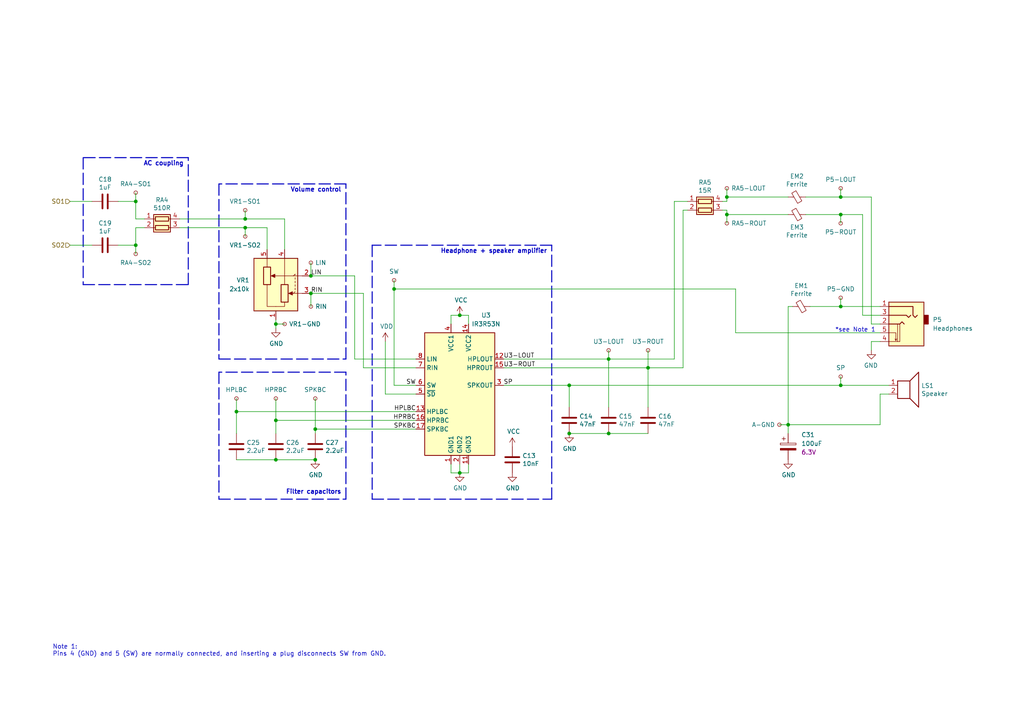
<source format=kicad_sch>
(kicad_sch (version 20211123) (generator eeschema)
  (paper "A4")
  (title_block (title "MGB-xCPU - Analog audio") (date "2020-09-19") (rev "B") (company "https://gekkio.fi") (comment 1 "https://github.com/gekkio/gb-schematics"))
  (lib_symbols
    (symbol "Connector:TestPoint_Small" (pin_numbers hide) (pin_names (offset 0.762) hide)
      (property "Reference" "TP" (at 0 3.81 0))
      (property "Value" "TestPoint_Small" (at 0 2.032 0))
      (symbol "TestPoint_Small_0_1"
        (circle (center 0 0) (radius 0.508))
      )
      (symbol "TestPoint_Small_1_1"
        (pin passive line (at 0 0 90) (length 0) (name "1") (number "1"))
      )
    )
    (symbol "Device:C" (pin_numbers hide) (pin_names (offset 0.254))
      (property "Reference" "C" (at 0.635 2.54 0))
      (property "Value" "C" (at 0.635 -2.54 0))
      (symbol "C_0_1"
        (polyline (pts (xy -2.032 -0.762) (xy 2.032 -0.762)) (stroke (width 0.508)))
        (polyline (pts (xy -2.032 0.762) (xy 2.032 0.762)) (stroke (width 0.508)))
      )
      (symbol "C_1_1"
        (pin passive line (at 0 3.81 270) (length 2.794) (name "~") (number "1"))
        (pin passive line (at 0 -3.81 90) (length 2.794) (name "~") (number "2"))
      )
    )
    (symbol "Device:C_Polarized" (pin_numbers hide) (pin_names (offset 0.254))
      (property "Reference" "C" (at 0.635 2.54 0))
      (property "Value" "C_Polarized" (at 0.635 -2.54 0))
      (symbol "C_Polarized_0_1"
        (rectangle (start -2.286 0.508) (end 2.286 1.016))
        (polyline (pts (xy -1.778 2.286) (xy -0.762 2.286)))
        (polyline (pts (xy -1.27 2.794) (xy -1.27 1.778)))
        (rectangle (start 2.286 -0.508) (end -2.286 -1.016) (fill (type outline)))
      )
      (symbol "C_Polarized_1_1"
        (pin passive line (at 0 3.81 270) (length 2.794) (name "~") (number "1"))
        (pin passive line (at 0 -3.81 90) (length 2.794) (name "~") (number "2"))
      )
    )
    (symbol "Device:FerriteBead_Small" (pin_numbers hide) (pin_names (offset 0))
      (property "Reference" "FB" (at 1.905 1.27 0))
      (property "Value" "FerriteBead_Small" (at 1.905 -1.27 0))
      (symbol "FerriteBead_Small_0_1"
        (polyline (pts (xy 0 -1.27) (xy 0 -0.7874)))
        (polyline (pts (xy 0 0.889) (xy 0 1.2954)))
        (polyline (pts (xy -1.8288 0.2794) (xy -1.1176 1.4986) (xy 1.8288 -0.2032) (xy 1.1176 -1.4224) (xy -1.8288 0.2794)))
      )
      (symbol "FerriteBead_Small_1_1"
        (pin passive line (at 0 2.54 270) (length 1.27) (name "~") (number "1"))
        (pin passive line (at 0 -2.54 90) (length 1.27) (name "~") (number "2"))
      )
    )
    (symbol "Device:R_Pack02" (pin_names (offset 0) hide)
      (property "Reference" "RN" (at -5.08 0 90))
      (property "Value" "R_Pack02" (at 2.54 0 90))
      (symbol "R_Pack02_0_1"
        (rectangle (start -3.81 -2.413) (end 1.27 2.413) (stroke (width 0.254)) (fill (type background)))
        (rectangle (start -3.175 1.905) (end -1.905 -1.905) (stroke (width 0.254)))
        (rectangle (start -0.635 1.905) (end 0.635 -1.905) (stroke (width 0.254)))
        (polyline (pts (xy -2.54 -2.54) (xy -2.54 -1.905)))
        (polyline (pts (xy -2.54 1.905) (xy -2.54 2.54)))
        (polyline (pts (xy 0 -2.54) (xy 0 -1.905)))
        (polyline (pts (xy 0 1.905) (xy 0 2.54)))
      )
      (symbol "R_Pack02_1_1"
        (pin passive line (at -2.54 -5.08 90) (length 2.54) (name "R1.1") (number "1"))
        (pin passive line (at 0 -5.08 90) (length 2.54) (name "R2.1") (number "2"))
        (pin passive line (at 0 5.08 270) (length 2.54) (name "R2.2") (number "3"))
        (pin passive line (at -2.54 5.08 270) (length 2.54) (name "R1.2") (number "4"))
      )
    )
    (symbol "Device:Speaker" (pin_names (offset 0) hide)
      (property "Reference" "LS" (at 1.27 5.715 0))
      (property "Value" "Speaker" (at 1.27 3.81 0))
      (symbol "Speaker_0_0"
        (rectangle (start -2.54 1.27) (end 1.016 -3.81) (stroke (width 0.254)))
        (polyline (pts (xy 1.016 1.27) (xy 3.556 3.81) (xy 3.556 -6.35) (xy 1.016 -3.81)) (stroke (width 0.254)))
      )
      (symbol "Speaker_1_1"
        (pin input line (at -5.08 0 0) (length 2.54) (name "1") (number "1"))
        (pin input line (at -5.08 -2.54 0) (length 2.54) (name "2") (number "2"))
      )
    )
    (symbol "Gekkio_Amplifier_Audio:IR3R53N"
      (property "Reference" "U" (at -10.16 19.05 0))
      (property "Value" "IR3R53N" (at 3.81 19.05 0))
      (symbol "IR3R53N_0_1"
        (rectangle (start -10.16 17.78) (end 10.16 -17.78) (stroke (width 0.254)) (fill (type background)))
      )
      (symbol "IR3R53N_1_1"
        (pin power_in line (at -2.54 -20.32 90) (length 2.54) (name "GND1") (number "1"))
        (pin no_connect line (at 10.16 -5.08 180) (length 2.54) hide (name "NC") (number "10"))
        (pin power_in line (at 2.54 -20.32 90) (length 2.54) (name "GND3") (number "11"))
        (pin output line (at 12.7 10.16 180) (length 2.54) (name "HPLOUT") (number "12"))
        (pin passive line (at -12.7 -5.08 0) (length 2.54) (name "HPLBC") (number "13"))
        (pin power_in line (at 2.54 20.32 270) (length 2.54) (name "VCC2") (number "14"))
        (pin output line (at 12.7 7.62 180) (length 2.54) (name "HPROUT") (number "15"))
        (pin passive line (at -12.7 -7.62 0) (length 2.54) (name "HPRBC") (number "16"))
        (pin passive line (at -12.7 -10.16 0) (length 2.54) (name "SPKBC") (number "17"))
        (pin no_connect line (at 10.16 -7.62 180) (length 2.54) hide (name "NC") (number "18"))
        (pin power_in line (at 0 -20.32 90) (length 2.54) (name "GND2") (number "2"))
        (pin output line (at 12.7 2.54 180) (length 2.54) (name "SPKOUT") (number "3"))
        (pin power_in line (at -2.54 20.32 270) (length 2.54) (name "VCC1") (number "4"))
        (pin input line (at -12.7 0 0) (length 2.54) (name "~{SD}") (number "5"))
        (pin input line (at -12.7 2.54 0) (length 2.54) (name "SW") (number "6"))
        (pin input line (at -12.7 7.62 0) (length 2.54) (name "RIN") (number "7"))
        (pin input line (at -12.7 10.16 0) (length 2.54) (name "LIN") (number "8"))
        (pin no_connect line (at 10.16 -2.54 180) (length 2.54) hide (name "NC") (number "9"))
      )
    )
    (symbol "Gekkio_Connector_Specialized:GameBoy_AudioJack3_SPST"
      (property "Reference" "J" (at 0 10.16 0))
      (property "Value" "GameBoy_AudioJack3_SPST" (at 0 7.62 0))
      (symbol "GameBoy_AudioJack3_SPST_0_1"
        (rectangle (start -6.35 2.54) (end -5.08 0) (stroke (width 0.254)) (fill (type outline)))
        (rectangle (start -5.08 6.35) (end 5.08 -6.35) (stroke (width 0.254)) (fill (type background)))
        (polyline (pts (xy 1.905 -5.08) (xy 1.905 0)))
        (polyline (pts (xy 2.54 -5.08) (xy 2.54 0)))
        (polyline (pts (xy 5.08 -5.08) (xy 1.905 -5.08)))
      )
      (symbol "GameBoy_AudioJack3_SPST_1_1"
        (polyline (pts (xy 3.048 -4.826) (xy 3.302 -4.318)))
        (polyline (pts (xy 0.635 0) (xy 1.27 0.635) (xy 1.905 0) (xy 5.08 0)) (stroke (width 0.254)))
        (polyline (pts (xy 5.08 -2.54) (xy 3.048 -2.54) (xy 3.048 -4.826) (xy 2.794 -4.318)))
        (polyline (pts (xy 5.08 2.54) (xy 0 2.54) (xy -0.635 1.905) (xy -1.27 2.54)) (stroke (width 0.254)))
        (polyline (pts (xy 5.08 5.08) (xy -1.905 5.08) (xy -1.905 2.54) (xy -2.54 1.905) (xy -3.175 2.54)) (stroke (width 0.254)))
        (pin passive line (at 7.62 5.08 180) (length 2.54) (name "~") (number "1"))
        (pin passive line (at 7.62 0 180) (length 2.54) (name "~") (number "2"))
        (pin passive line (at 7.62 2.54 180) (length 2.54) (name "~") (number "3"))
        (pin passive line (at 7.62 -5.08 180) (length 2.54) (name "~") (number "4"))
        (pin passive line (at 7.62 -2.54 180) (length 2.54) (name "~") (number "5"))
      )
    )
    (symbol "Gekkio_Device_Specialized:R_Potentiometer_GameBoy_Volume_MGB" (pin_names hide)
      (property "Reference" "RV" (at 0 -7.62 0))
      (property "Value" "R_Potentiometer_GameBoy_Volume_MGB" (at 0 -10.16 0))
      (symbol "R_Potentiometer_GameBoy_Volume_MGB_0_1"
        (rectangle (start -7.62 6.35) (end 7.62 -6.35) (stroke (width 0.254)) (fill (type background)))
        (rectangle (start -5.08 3.556) (end 0 1.524) (stroke (width 0.254)))
        (rectangle (start 0 -1.524) (end 5.08 -3.556) (stroke (width 0.254)))
        (polyline (pts (xy -2.54 5.08) (xy -2.54 4.826)))
        (polyline (pts (xy -2.54 5.08) (xy -2.032 5.588)))
        (polyline (pts (xy -2.54 7.62) (xy -2.54 5.08)) (stroke (width 0.1524)))
        (polyline (pts (xy -1.524 5.588) (xy -1.016 5.588)))
        (polyline (pts (xy -0.508 5.588) (xy 0 5.588)))
        (polyline (pts (xy 0.508 5.588) (xy 1.016 5.588)))
        (polyline (pts (xy 1.524 5.588) (xy 2.032 5.588)))
        (polyline (pts (xy 2.54 -0.254) (xy 2.54 5.08)))
        (polyline (pts (xy 2.54 7.62) (xy 2.54 5.08)) (stroke (width 0.1524)))
        (polyline (pts (xy 7.62 -2.54) (xy 5.08 -2.54)) (stroke (width 0.1524)))
        (polyline (pts (xy 7.62 2.54) (xy 0 2.54)) (stroke (width 0.1524)))
        (polyline (pts (xy -6.35 0) (xy -6.35 -2.54) (xy 0 -2.54)))
        (polyline (pts (xy -6.35 0) (xy -6.35 2.54) (xy -5.08 2.54)))
        (polyline (pts (xy 2.794 5.588) (xy 3.048 5.588) (xy 2.54 5.08)))
        (polyline (pts (xy -2.54 3.683) (xy -3.048 4.826) (xy -2.032 4.826) (xy -2.54 3.683)) (fill (type outline)))
        (polyline (pts (xy 2.54 -1.397) (xy 2.032 -0.254) (xy 3.048 -0.254) (xy 2.54 -1.397)) (fill (type outline)))
      )
      (symbol "R_Potentiometer_GameBoy_Volume_MGB_1_1"
        (pin passive line (at -10.16 0 0) (length 2.54) (name "4") (number "1"))
        (pin passive line (at 2.54 10.16 270) (length 2.54) (name "2") (number "2"))
        (pin passive line (at -2.54 10.16 270) (length 2.54) (name "3") (number "3"))
        (pin passive line (at 10.16 2.54 180) (length 2.54) (name "4") (number "4"))
        (pin passive line (at 10.16 -2.54 180) (length 2.54) (name "5") (number "5"))
      )
    )
    (symbol "power:GND" (power) (pin_names (offset 0))
      (property "Value" "GND" (at 0 -3.81 0))
      (symbol "GND_0_1"
        (polyline (pts (xy 0 0) (xy 0 -1.27) (xy 1.27 -1.27) (xy 0 -2.54) (xy -1.27 -1.27) (xy 0 -1.27)))
      )
      (symbol "GND_1_1"
        (pin power_in line (at 0 0 270) (length 0) hide (name "GND") (number "1"))
      )
    )
    (symbol "power:VCC" (power) (pin_names (offset 0))
      (property "Value" "VCC" (at 0 3.81 0))
      (symbol "VCC_0_1"
        (polyline (pts (xy -0.762 1.27) (xy 0 2.54)))
        (polyline (pts (xy 0 0) (xy 0 2.54)))
        (polyline (pts (xy 0 2.54) (xy 0.762 1.27)))
      )
      (symbol "VCC_1_1"
        (pin power_in line (at 0 0 90) (length 0) hide (name "VCC") (number "1"))
      )
    )
    (symbol "power:VDD" (power) (pin_names (offset 0))
      (property "Value" "VDD" (at 0 3.81 0))
      (symbol "VDD_0_1"
        (polyline (pts (xy -0.762 1.27) (xy 0 2.54)))
        (polyline (pts (xy 0 0) (xy 0 2.54)))
        (polyline (pts (xy 0 2.54) (xy 0.762 1.27)))
      )
      (symbol "VDD_1_1"
        (pin power_in line (at 0 0 90) (length 0) hide (name "VDD") (number "1"))
      )
    )
  )
  (junction (at 133.35 91.44))
  (junction (at 39.37 58.42))
  (junction (at 114.3 83.82))
  (junction (at 91.44 133.35))
  (junction (at 243.84 111.76))
  (junction (at 243.84 62.23))
  (junction (at 210.82 62.23))
  (junction (at 228.6 123.19))
  (junction (at 91.44 124.46))
  (junction (at 165.1 125.73))
  (junction (at 39.37 71.12))
  (junction (at 90.17 85.09))
  (junction (at 68.58 119.38))
  (junction (at 165.1 111.76))
  (junction (at 187.96 106.68))
  (junction (at 90.17 80.01))
  (junction (at 80.01 133.35))
  (junction (at 243.84 88.9))
  (junction (at 80.01 121.92))
  (junction (at 176.53 104.14))
  (junction (at 71.12 66.04))
  (junction (at 80.01 93.98))
  (junction (at 243.84 57.15))
  (junction (at 133.35 137.16))
  (junction (at 210.82 57.15))
  (junction (at 176.53 125.73))
  (junction (at 71.12 63.5))
  (wire (pts (xy 80.01 93.98) (xy 82.55 93.98)))
  (wire (pts (xy 68.58 133.35) (xy 80.01 133.35)))
  (wire (pts (xy 130.81 134.62) (xy 130.81 137.16)))
  (wire (pts (xy 130.81 137.16) (xy 133.35 137.16)))
  (wire (pts (xy 209.55 60.96) (xy 210.82 60.96)))
  (wire (pts (xy 68.58 119.38) (xy 68.58 125.73)))
  (wire (pts (xy 252.73 57.15) (xy 243.84 57.15)))
  (wire (pts (xy 228.6 57.15) (xy 210.82 57.15)))
  (wire (pts (xy 20.32 58.42) (xy 26.67 58.42)))
  (wire (pts (xy 91.44 124.46) (xy 120.65 124.46)))
  (wire (pts (xy 255.27 93.98) (xy 252.73 93.98)))
  (wire (pts (xy 39.37 66.04) (xy 39.37 71.12)))
  (polyline (pts (xy 24.13 82.55) (xy 54.61 82.55)) (stroke (width 0.3)))
  (wire (pts (xy 102.87 80.01) (xy 102.87 104.14)))
  (wire (pts (xy 233.68 62.23) (xy 243.84 62.23)))
  (wire (pts (xy 20.32 71.12) (xy 26.67 71.12)))
  (polyline (pts (xy 100.33 107.95) (xy 63.5 107.95)) (stroke (width 0.3)))
  (wire (pts (xy 68.58 115.57) (xy 68.58 119.38)))
  (wire (pts (xy 243.84 111.76) (xy 257.81 111.76)))
  (wire (pts (xy 39.37 55.88) (xy 39.37 58.42)))
  (wire (pts (xy 176.53 118.11) (xy 176.53 104.14)))
  (wire (pts (xy 210.82 62.23) (xy 210.82 64.77)))
  (wire (pts (xy 135.89 91.44) (xy 135.89 93.98)))
  (wire (pts (xy 90.17 85.09) (xy 105.41 85.09)))
  (wire (pts (xy 68.58 119.38) (xy 120.65 119.38)))
  (polyline (pts (xy 107.95 144.78) (xy 160.02 144.78)) (stroke (width 0.3)))
  (wire (pts (xy 130.81 91.44) (xy 133.35 91.44)))
  (wire (pts (xy 165.1 111.76) (xy 165.1 118.11)))
  (wire (pts (xy 146.05 106.68) (xy 187.96 106.68)))
  (wire (pts (xy 133.35 134.62) (xy 133.35 137.16)))
  (polyline (pts (xy 100.33 53.34) (xy 63.5 53.34)) (stroke (width 0.3)))
  (wire (pts (xy 233.68 57.15) (xy 243.84 57.15)))
  (wire (pts (xy 255.27 114.3) (xy 255.27 123.19)))
  (wire (pts (xy 228.6 123.19) (xy 255.27 123.19)))
  (wire (pts (xy 210.82 57.15) (xy 210.82 58.42)))
  (wire (pts (xy 176.53 101.6) (xy 176.53 104.14)))
  (wire (pts (xy 39.37 73.66) (xy 39.37 71.12)))
  (wire (pts (xy 80.01 92.71) (xy 80.01 93.98)))
  (polyline (pts (xy 160.02 71.12) (xy 107.95 71.12)) (stroke (width 0.3)))
  (polyline (pts (xy 63.5 53.34) (xy 63.5 104.14)) (stroke (width 0.3)))
  (polyline (pts (xy 63.5 104.14) (xy 100.33 104.14)) (stroke (width 0.3)))
  (wire (pts (xy 135.89 134.62) (xy 135.89 137.16)))
  (wire (pts (xy 39.37 58.42) (xy 39.37 63.5)))
  (polyline (pts (xy 54.61 82.55) (xy 54.61 45.72)) (stroke (width 0.3)))
  (polyline (pts (xy 24.13 45.72) (xy 24.13 82.55)) (stroke (width 0.3)))
  (wire (pts (xy 133.35 137.16) (xy 135.89 137.16)))
  (wire (pts (xy 229.87 88.9) (xy 228.6 88.9)))
  (wire (pts (xy 252.73 57.15) (xy 252.73 93.98)))
  (wire (pts (xy 252.73 99.06) (xy 252.73 101.6)))
  (wire (pts (xy 114.3 81.28) (xy 114.3 83.82)))
  (wire (pts (xy 39.37 63.5) (xy 41.91 63.5)))
  (wire (pts (xy 114.3 83.82) (xy 213.36 83.82)))
  (polyline (pts (xy 54.61 45.72) (xy 24.13 45.72)) (stroke (width 0.3)))
  (wire (pts (xy 91.44 133.35) (xy 80.01 133.35)))
  (wire (pts (xy 114.3 83.82) (xy 114.3 111.76)))
  (wire (pts (xy 80.01 93.98) (xy 80.01 95.25)))
  (wire (pts (xy 165.1 111.76) (xy 243.84 111.76)))
  (wire (pts (xy 210.82 58.42) (xy 209.55 58.42)))
  (wire (pts (xy 198.12 60.96) (xy 199.39 60.96)))
  (wire (pts (xy 250.19 62.23) (xy 250.19 91.44)))
  (wire (pts (xy 257.81 114.3) (xy 255.27 114.3)))
  (polyline (pts (xy 100.33 104.14) (xy 100.33 53.34)) (stroke (width 0.3)))
  (wire (pts (xy 243.84 88.9) (xy 255.27 88.9)))
  (wire (pts (xy 195.58 104.14) (xy 195.58 58.42)))
  (wire (pts (xy 210.82 60.96) (xy 210.82 62.23)))
  (wire (pts (xy 213.36 83.82) (xy 213.36 96.52)))
  (polyline (pts (xy 160.02 144.78) (xy 160.02 71.12)) (stroke (width 0.3)))
  (wire (pts (xy 114.3 111.76) (xy 120.65 111.76)))
  (wire (pts (xy 130.81 91.44) (xy 130.81 93.98)))
  (wire (pts (xy 34.29 58.42) (xy 39.37 58.42)))
  (wire (pts (xy 133.35 91.44) (xy 135.89 91.44)))
  (wire (pts (xy 71.12 66.04) (xy 71.12 68.58)))
  (wire (pts (xy 80.01 121.92) (xy 80.01 125.73)))
  (wire (pts (xy 91.44 124.46) (xy 91.44 125.73)))
  (wire (pts (xy 210.82 62.23) (xy 228.6 62.23)))
  (wire (pts (xy 71.12 60.96) (xy 71.12 63.5)))
  (wire (pts (xy 176.53 104.14) (xy 195.58 104.14)))
  (wire (pts (xy 80.01 115.57) (xy 80.01 121.92)))
  (wire (pts (xy 228.6 123.19) (xy 228.6 125.73)))
  (wire (pts (xy 105.41 106.68) (xy 120.65 106.68)))
  (wire (pts (xy 226.06 123.19) (xy 228.6 123.19)))
  (wire (pts (xy 255.27 99.06) (xy 252.73 99.06)))
  (wire (pts (xy 77.47 66.04) (xy 71.12 66.04)))
  (wire (pts (xy 71.12 63.5) (xy 82.55 63.5)))
  (wire (pts (xy 198.12 106.68) (xy 187.96 106.68)))
  (wire (pts (xy 52.07 66.04) (xy 71.12 66.04)))
  (wire (pts (xy 90.17 80.01) (xy 102.87 80.01)))
  (wire (pts (xy 243.84 57.15) (xy 243.84 54.61)))
  (wire (pts (xy 176.53 125.73) (xy 187.96 125.73)))
  (wire (pts (xy 111.76 114.3) (xy 120.65 114.3)))
  (wire (pts (xy 82.55 63.5) (xy 82.55 72.39)))
  (wire (pts (xy 243.84 62.23) (xy 243.84 64.77)))
  (wire (pts (xy 39.37 71.12) (xy 34.29 71.12)))
  (wire (pts (xy 187.96 101.6) (xy 187.96 106.68)))
  (wire (pts (xy 213.36 96.52) (xy 255.27 96.52)))
  (wire (pts (xy 198.12 60.96) (xy 198.12 106.68)))
  (wire (pts (xy 187.96 118.11) (xy 187.96 106.68)))
  (wire (pts (xy 250.19 62.23) (xy 243.84 62.23)))
  (wire (pts (xy 102.87 104.14) (xy 120.65 104.14)))
  (wire (pts (xy 146.05 111.76) (xy 165.1 111.76)))
  (wire (pts (xy 90.17 76.2) (xy 90.17 80.01)))
  (polyline (pts (xy 63.5 144.78) (xy 100.33 144.78)) (stroke (width 0.3)))
  (wire (pts (xy 195.58 58.42) (xy 199.39 58.42)))
  (polyline (pts (xy 63.5 107.95) (xy 63.5 144.78)) (stroke (width 0.3)))
  (wire (pts (xy 105.41 85.09) (xy 105.41 106.68)))
  (wire (pts (xy 146.05 104.14) (xy 176.53 104.14)))
  (wire (pts (xy 52.07 63.5) (xy 71.12 63.5)))
  (wire (pts (xy 90.17 85.09) (xy 90.17 88.9)))
  (wire (pts (xy 243.84 88.9) (xy 234.95 88.9)))
  (wire (pts (xy 80.01 121.92) (xy 120.65 121.92)))
  (wire (pts (xy 228.6 88.9) (xy 228.6 123.19)))
  (wire (pts (xy 210.82 54.61) (xy 210.82 57.15)))
  (polyline (pts (xy 100.33 144.78) (xy 100.33 107.95)) (stroke (width 0.3)))
  (wire (pts (xy 77.47 66.04) (xy 77.47 72.39)))
  (polyline (pts (xy 107.95 71.12) (xy 107.95 144.78)) (stroke (width 0.3)))
  (wire (pts (xy 243.84 86.36) (xy 243.84 88.9)))
  (wire (pts (xy 255.27 91.44) (xy 250.19 91.44)))
  (wire (pts (xy 243.84 109.22) (xy 243.84 111.76)))
  (wire (pts (xy 165.1 125.73) (xy 176.53 125.73)))
  (wire (pts (xy 41.91 66.04) (xy 39.37 66.04)))
  (wire (pts (xy 111.76 99.06) (xy 111.76 114.3)))
  (wire (pts (xy 91.44 115.57) (xy 91.44 124.46)))
  (text "Note 1:\nPins 4 (GND) and 5 (SW) are normally connected, and inserting a plug disconnects SW from GND." (at 15.24 190.5 0) (effects (font (size 1.27 1.27)) (justify left bottom)))
  (text "*see Note 1" (at 254 96.52 180) (effects (font (size 1.27 1.27)) (justify right bottom)))
  (text "Headphone + speaker amplifier" (at 158.75 73.66 180) (effects (font (size 1.27 1.27) (thickness 0.254) bold) (justify right bottom)))
  (text "AC coupling" (at 53.34 48.26 180) (effects (font (size 1.27 1.27) (thickness 0.254) bold) (justify right bottom)))
  (text "Filter capacitors" (at 99.06 143.51 180) (effects (font (size 1.27 1.27) (thickness 0.254) bold) (justify right bottom)))
  (text "Volume control" (at 99.06 55.88 180) (effects (font (size 1.27 1.27) (thickness 0.254) bold) (justify right bottom)))
  (label "U3-LOUT" (at 146.05 104.14 0))
  (label "RIN" (at 90.17 85.09 0))
  (label "LIN" (at 90.17 80.01 0))
  (label "SPKBC" (at 120.65 124.46 180))
  (label "HPRBC" (at 120.65 121.92 180))
  (label "SP" (at 146.05 111.76 0))
  (label "U3-ROUT" (at 146.05 106.68 0))
  (label "SW" (at 120.65 111.76 180))
  (label "HPLBC" (at 120.65 119.38 180))
  (hierarchical_label "SO2" (shape input) (at 20.32 71.12 180))
  (hierarchical_label "SO1" (shape input) (at 20.32 58.42 180))
  (symbol (lib_id "Device:C") (at 30.48 58.42 270) (unit 1)
    (property "Reference" "C18" (at 30.48 52.0192 90))
    (property "Value" "1uF" (at 30.48 54.3306 90))
  )
  (symbol (lib_id "Device:C") (at 30.48 71.12 270) (unit 1)
    (property "Reference" "C19" (at 30.48 64.7192 90))
    (property "Value" "1uF" (at 30.48 67.0306 90))
  )
  (symbol (lib_id "Device:R_Pack02") (at 46.99 66.04 270) (unit 1)
    (property "Reference" "RA4" (at 46.99 57.9882 90))
    (property "Value" "510R" (at 46.99 60.2996 90))
  )
  (symbol (lib_id "Connector:TestPoint_Small") (at 39.37 55.88 90) (unit 1)
    (property "Reference" "TP49" (effects hide))
    (property "Value" "RA4-SO1" (at 39.37 53.34 90))
  )
  (symbol (lib_id "Connector:TestPoint_Small") (at 39.37 73.66 90) (unit 1)
    (property "Reference" "TP50" (effects hide))
    (property "Value" "RA4-SO2" (at 39.37 76.2 90))
  )
  (symbol (lib_id "Connector:TestPoint_Small") (at 71.12 60.96 90) (unit 1)
    (property "Reference" "TP52" (effects hide))
    (property "Value" "VR1-SO1" (at 71.12 58.42 90))
  )
  (symbol (lib_id "Connector:TestPoint_Small") (at 71.12 68.58 90) (unit 1)
    (property "Reference" "TP53" (effects hide))
    (property "Value" "VR1-SO2" (at 71.12 71.12 90))
  )
  (symbol (lib_id "Connector:TestPoint_Small") (at 82.55 93.98 0) (unit 1)
    (property "Reference" "TP48" (effects hide))
    (property "Value" "VR1-GND" (at 83.82 93.9799 0) (effects (justify left)))
  )
  (symbol (lib_id "Connector:TestPoint_Small") (at 90.17 76.2 180) (unit 1)
    (property "Reference" "TP47" (effects hide))
    (property "Value" "LIN" (at 91.44 76.1999 0) (effects (justify right)))
  )
  (symbol (lib_id "Connector:TestPoint_Small") (at 90.17 88.9 180) (unit 1)
    (property "Reference" "TP51" (effects hide))
    (property "Value" "RIN" (at 91.44 88.8999 0) (effects (justify right)))
  )
  (symbol (lib_id "Device:C") (at 176.53 121.92 0) (unit 1)
    (property "Reference" "C15" (at 179.451 120.7516 0) (effects (justify left)))
    (property "Value" "47nF" (at 179.451 123.063 0) (effects (justify left)))
  )
  (symbol (lib_id "Device:C") (at 187.96 121.92 0) (unit 1)
    (property "Reference" "C16" (at 190.881 120.7516 0) (effects (justify left)))
    (property "Value" "47nF" (at 190.881 123.063 0) (effects (justify left)))
  )
  (symbol (lib_id "Device:C") (at 80.01 129.54 0) (unit 1)
    (property "Reference" "C26" (at 82.931 128.3716 0) (effects (justify left)))
    (property "Value" "2.2uF" (at 82.931 130.683 0) (effects (justify left)))
  )
  (symbol (lib_id "Device:C") (at 91.44 129.54 0) (unit 1)
    (property "Reference" "C27" (at 94.361 128.3716 0) (effects (justify left)))
    (property "Value" "2.2uF" (at 94.361 130.683 0) (effects (justify left)))
  )
  (symbol (lib_id "Device:C") (at 68.58 129.54 0) (unit 1)
    (property "Reference" "C25" (at 71.501 128.3716 0) (effects (justify left)))
    (property "Value" "2.2uF" (at 71.501 130.683 0) (effects (justify left)))
  )
  (symbol (lib_id "Gekkio_Amplifier_Audio:IR3R53N") (at 133.35 114.3 0) (unit 1)
    (property "Reference" "U3" (at 140.97 91.44 0))
    (property "Value" "IR3R53N" (at 140.97 93.98 0))
    (property "Footprint" "Gekkio_Package_SO:Sharp_SSOP-18_6x7.4mm_P0.8mm" (effects hide))
  )
  (symbol (lib_id "power:GND") (at 133.35 137.16 0) (unit 1)
    (property "Reference" "#PWR0104" (effects hide))
    (property "Value" "GND" (at 133.477 141.5542 0))
  )
  (symbol (lib_id "power:VCC") (at 133.35 91.44 0) (unit 1)
    (property "Reference" "#PWR0110" (effects hide))
    (property "Value" "VCC" (at 133.731 87.0458 0))
  )
  (symbol (lib_id "power:VDD") (at 111.76 99.06 0) (unit 1)
    (property "Reference" "#PWR0121" (effects hide))
    (property "Value" "VDD" (at 112.141 94.6658 0))
  )
  (symbol (lib_id "power:GND") (at 91.44 133.35 0) (unit 1)
    (property "Reference" "#PWR0122" (effects hide))
    (property "Value" "GND" (at 91.567 137.7442 0))
  )
  (symbol (lib_id "Connector:TestPoint_Small") (at 68.58 115.57 90) (unit 1)
    (property "Reference" "TP54" (effects hide))
    (property "Value" "HPLBC" (at 68.58 113.03 90))
  )
  (symbol (lib_id "Connector:TestPoint_Small") (at 80.01 115.57 90) (unit 1)
    (property "Reference" "TP85" (effects hide))
    (property "Value" "HPRBC" (at 80.01 113.03 90))
  )
  (symbol (lib_id "Connector:TestPoint_Small") (at 91.44 115.57 90) (unit 1)
    (property "Reference" "TP86" (effects hide))
    (property "Value" "SPKBC" (at 91.44 113.03 90))
  )
  (symbol (lib_id "Connector:TestPoint_Small") (at 114.3 81.28 90) (unit 1)
    (property "Reference" "TP87" (effects hide))
    (property "Value" "SW" (at 114.3 78.74 90))
  )
  (symbol (lib_id "Connector:TestPoint_Small") (at 210.82 54.61 180) (unit 1)
    (property "Reference" "TP90" (effects hide))
    (property "Value" "RA5-LOUT" (at 212.09 54.6099 0) (effects (justify right)))
  )
  (symbol (lib_id "Connector:TestPoint_Small") (at 210.82 64.77 180) (unit 1)
    (property "Reference" "TP91" (effects hide))
    (property "Value" "RA5-ROUT" (at 212.09 64.7699 0) (effects (justify right)))
  )
  (symbol (lib_id "Connector:TestPoint_Small") (at 243.84 109.22 90) (unit 1)
    (property "Reference" "TP96" (effects hide))
    (property "Value" "SP" (at 243.84 106.68 90))
  )
  (symbol (lib_id "Connector:TestPoint_Small") (at 226.06 123.19 180) (unit 1)
    (property "Reference" "TP92" (effects hide))
    (property "Value" "A-GND" (at 224.79 123.1899 0) (effects (justify left)))
  )
  (symbol (lib_id "Connector:TestPoint_Small") (at 243.84 86.36 0) (unit 1)
    (property "Reference" "TP95" (effects hide))
    (property "Value" "P5-GND" (at 243.84 83.82 0))
  )
  (symbol (lib_id "Connector:TestPoint_Small") (at 243.84 54.61 90) (unit 1)
    (property "Reference" "TP93" (effects hide))
    (property "Value" "P5-LOUT" (at 243.84 52.07 90))
  )
  (symbol (lib_id "Connector:TestPoint_Small") (at 243.84 64.77 270) (unit 1)
    (property "Reference" "TP94" (effects hide))
    (property "Value" "P5-ROUT" (at 243.84 67.31 90))
  )
  (symbol (lib_id "Connector:TestPoint_Small") (at 176.53 101.6 90) (unit 1)
    (property "Reference" "TP88" (effects hide))
    (property "Value" "U3-LOUT" (at 176.53 99.06 90))
  )
  (symbol (lib_id "Connector:TestPoint_Small") (at 187.96 101.6 90) (unit 1)
    (property "Reference" "TP89" (effects hide))
    (property "Value" "U3-ROUT" (at 187.96 99.06 90))
  )
  (symbol (lib_id "Gekkio_Device_Specialized:R_Potentiometer_GameBoy_Volume_MGB") (at 80.01 82.55 270) (mirror x) (unit 1)
    (property "Reference" "VR1" (at 72.39 81.2799 90) (effects (justify right)))
    (property "Value" "2x10k" (at 72.39 83.8199 90) (effects (justify right)))
  )
  (symbol (lib_id "power:GND") (at 80.01 95.25 0) (unit 1)
    (property "Reference" "#PWR0134" (effects hide))
    (property "Value" "GND" (at 80.137 99.6442 0))
  )
  (symbol (lib_id "Device:Speaker") (at 262.89 111.76 0) (unit 1)
    (property "Reference" "LS1" (at 267.208 111.8616 0) (effects (justify left)))
    (property "Value" "Speaker" (at 267.208 114.173 0) (effects (justify left)))
  )
  (symbol (lib_id "Device:C_Polarized") (at 228.6 129.54 0) (unit 1)
    (property "Reference" "C31" (at 232.41 126.1109 0) (effects (justify left)))
    (property "Value" "100uF" (at 232.41 128.6509 0) (effects (justify left)))
    (property "Rating" "6.3V" (at 232.41 131.1909 0) (effects (justify left)))
  )
  (symbol (lib_id "power:GND") (at 228.6 133.35 0) (unit 1)
    (property "Reference" "#PWR0119" (effects hide))
    (property "Value" "GND" (at 228.727 137.7442 0))
  )
  (symbol (lib_id "Gekkio_Connector_Specialized:GameBoy_AudioJack3_SPST") (at 262.89 93.98 0) (mirror y) (unit 1)
    (property "Reference" "P5" (at 270.51 92.7099 0) (effects (justify right)))
    (property "Value" "Headphones" (at 270.51 95.2499 0) (effects (justify right)))
  )
  (symbol (lib_id "power:GND") (at 252.73 101.6 0) (mirror y) (unit 1)
    (property "Reference" "#PWR0120" (effects hide))
    (property "Value" "GND" (at 252.603 105.9942 0))
  )
  (symbol (lib_id "Device:FerriteBead_Small") (at 232.41 88.9 90) (mirror x) (unit 1)
    (property "Reference" "EM1" (at 232.41 82.8802 90))
    (property "Value" "Ferrite" (at 232.41 85.1916 90))
  )
  (symbol (lib_id "Device:FerriteBead_Small") (at 231.14 57.15 90) (mirror x) (unit 1)
    (property "Reference" "EM2" (at 231.14 51.1302 90))
    (property "Value" "Ferrite" (at 231.14 53.4416 90))
  )
  (symbol (lib_id "Device:FerriteBead_Small") (at 231.14 62.23 90) (mirror x) (unit 1)
    (property "Reference" "EM3" (at 231.14 65.913 90))
    (property "Value" "Ferrite" (at 231.14 68.2244 90))
  )
  (symbol (lib_id "Device:R_Pack02") (at 204.47 60.96 270) (unit 1)
    (property "Reference" "RA5" (at 204.47 52.9082 90))
    (property "Value" "15R" (at 204.47 55.2196 90))
  )
  (symbol (lib_id "Device:C") (at 165.1 121.92 0) (unit 1)
    (property "Reference" "C14" (at 168.021 120.7516 0) (effects (justify left)))
    (property "Value" "47nF" (at 168.021 123.063 0) (effects (justify left)))
  )
  (symbol (lib_id "power:GND") (at 165.1 125.73 0) (unit 1)
    (property "Reference" "#PWR0126" (effects hide))
    (property "Value" "GND" (at 165.227 130.1242 0))
  )
  (symbol (lib_id "Device:C") (at 148.59 133.35 0) (unit 1)
    (property "Reference" "C13" (at 151.511 132.1816 0) (effects (justify left)))
    (property "Value" "10nF" (at 151.511 134.493 0) (effects (justify left)))
  )
  (symbol (lib_id "power:VCC") (at 148.59 129.54 0) (unit 1)
    (property "Reference" "#PWR0127" (effects hide))
    (property "Value" "VCC" (at 148.971 125.1458 0))
  )
  (symbol (lib_id "power:GND") (at 148.59 137.16 0) (unit 1)
    (property "Reference" "#PWR0128" (effects hide))
    (property "Value" "GND" (at 148.717 141.5542 0))
  )
)
</source>
